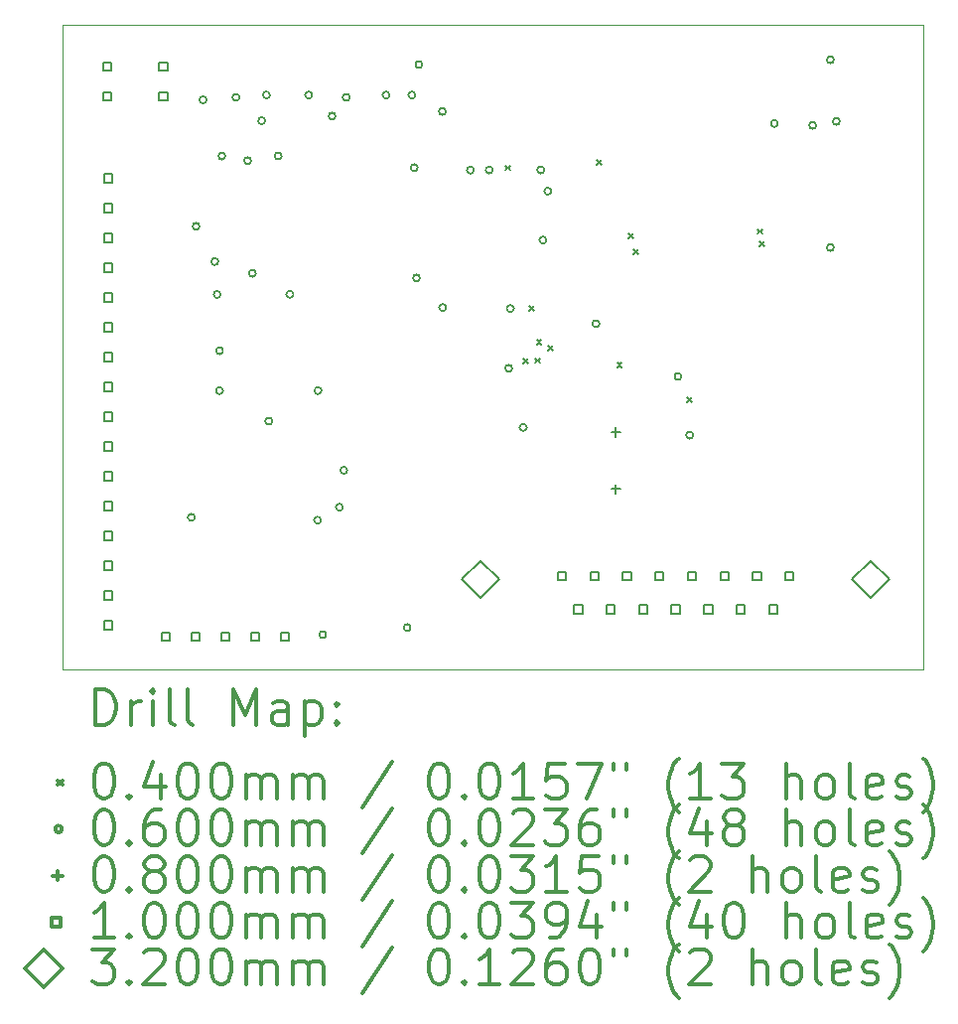
<source format=gbr>
%FSLAX45Y45*%
G04 Gerber Fmt 4.5, Leading zero omitted, Abs format (unit mm)*
G04 Created by KiCad (PCBNEW (5.1.10)-1) date 2021-11-09 21:58:00*
%MOMM*%
%LPD*%
G01*
G04 APERTURE LIST*
%TA.AperFunction,Profile*%
%ADD10C,0.050000*%
%TD*%
%ADD11C,0.200000*%
%ADD12C,0.300000*%
G04 APERTURE END LIST*
D10*
X12340000Y-9900000D02*
X5000000Y-9900000D01*
X12340000Y-4400000D02*
X12340000Y-9900000D01*
X5000000Y-4400000D02*
X12340000Y-4400000D01*
X5000000Y-9900000D02*
X5000000Y-4400000D01*
D11*
X8780000Y-5600000D02*
X8820000Y-5640000D01*
X8820000Y-5600000D02*
X8780000Y-5640000D01*
X8932527Y-7244891D02*
X8972527Y-7284891D01*
X8972527Y-7244891D02*
X8932527Y-7284891D01*
X8980000Y-6800000D02*
X9020000Y-6840000D01*
X9020000Y-6800000D02*
X8980000Y-6840000D01*
X9033509Y-7243342D02*
X9073509Y-7283342D01*
X9073509Y-7243342D02*
X9033509Y-7283342D01*
X9045131Y-7088377D02*
X9085131Y-7128377D01*
X9085131Y-7088377D02*
X9045131Y-7128377D01*
X9140000Y-7140000D02*
X9180000Y-7180000D01*
X9180000Y-7140000D02*
X9140000Y-7180000D01*
X9555000Y-5555000D02*
X9595000Y-5595000D01*
X9595000Y-5555000D02*
X9555000Y-5595000D01*
X9730000Y-7280000D02*
X9770000Y-7320000D01*
X9770000Y-7280000D02*
X9730000Y-7320000D01*
X9830000Y-6180000D02*
X9870000Y-6220000D01*
X9870000Y-6180000D02*
X9830000Y-6220000D01*
X9870936Y-6317222D02*
X9910936Y-6357222D01*
X9910936Y-6317222D02*
X9870936Y-6357222D01*
X10330000Y-7580000D02*
X10370000Y-7620000D01*
X10370000Y-7580000D02*
X10330000Y-7620000D01*
X10928978Y-6142501D02*
X10968978Y-6182501D01*
X10968978Y-6142501D02*
X10928978Y-6182501D01*
X10946943Y-6248844D02*
X10986943Y-6288844D01*
X10986943Y-6248844D02*
X10946943Y-6288844D01*
X6130000Y-8600000D02*
G75*
G03*
X6130000Y-8600000I-30000J0D01*
G01*
X6170000Y-6120000D02*
G75*
G03*
X6170000Y-6120000I-30000J0D01*
G01*
X6230000Y-5040000D02*
G75*
G03*
X6230000Y-5040000I-30000J0D01*
G01*
X6330000Y-6420000D02*
G75*
G03*
X6330000Y-6420000I-30000J0D01*
G01*
X6350000Y-6700000D02*
G75*
G03*
X6350000Y-6700000I-30000J0D01*
G01*
X6370000Y-7180000D02*
G75*
G03*
X6370000Y-7180000I-30000J0D01*
G01*
X6370000Y-7520000D02*
G75*
G03*
X6370000Y-7520000I-30000J0D01*
G01*
X6390000Y-5520000D02*
G75*
G03*
X6390000Y-5520000I-30000J0D01*
G01*
X6510000Y-5020000D02*
G75*
G03*
X6510000Y-5020000I-30000J0D01*
G01*
X6610000Y-5560000D02*
G75*
G03*
X6610000Y-5560000I-30000J0D01*
G01*
X6650000Y-6520000D02*
G75*
G03*
X6650000Y-6520000I-30000J0D01*
G01*
X6730000Y-5220000D02*
G75*
G03*
X6730000Y-5220000I-30000J0D01*
G01*
X6770000Y-5000000D02*
G75*
G03*
X6770000Y-5000000I-30000J0D01*
G01*
X6790000Y-7780000D02*
G75*
G03*
X6790000Y-7780000I-30000J0D01*
G01*
X6870000Y-5520000D02*
G75*
G03*
X6870000Y-5520000I-30000J0D01*
G01*
X6970000Y-6700000D02*
G75*
G03*
X6970000Y-6700000I-30000J0D01*
G01*
X7130000Y-5000000D02*
G75*
G03*
X7130000Y-5000000I-30000J0D01*
G01*
X7205753Y-8625001D02*
G75*
G03*
X7205753Y-8625001I-30000J0D01*
G01*
X7210000Y-7520000D02*
G75*
G03*
X7210000Y-7520000I-30000J0D01*
G01*
X7250000Y-9600000D02*
G75*
G03*
X7250000Y-9600000I-30000J0D01*
G01*
X7330000Y-5180000D02*
G75*
G03*
X7330000Y-5180000I-30000J0D01*
G01*
X7392239Y-8514740D02*
G75*
G03*
X7392239Y-8514740I-30000J0D01*
G01*
X7430000Y-8200000D02*
G75*
G03*
X7430000Y-8200000I-30000J0D01*
G01*
X7450000Y-5020000D02*
G75*
G03*
X7450000Y-5020000I-30000J0D01*
G01*
X7790000Y-5000000D02*
G75*
G03*
X7790000Y-5000000I-30000J0D01*
G01*
X7970000Y-9540000D02*
G75*
G03*
X7970000Y-9540000I-30000J0D01*
G01*
X8010000Y-5000000D02*
G75*
G03*
X8010000Y-5000000I-30000J0D01*
G01*
X8030000Y-5620000D02*
G75*
G03*
X8030000Y-5620000I-30000J0D01*
G01*
X8050000Y-6560000D02*
G75*
G03*
X8050000Y-6560000I-30000J0D01*
G01*
X8070000Y-4740000D02*
G75*
G03*
X8070000Y-4740000I-30000J0D01*
G01*
X8270000Y-5140000D02*
G75*
G03*
X8270000Y-5140000I-30000J0D01*
G01*
X8273131Y-6812501D02*
G75*
G03*
X8273131Y-6812501I-30000J0D01*
G01*
X8510000Y-5640000D02*
G75*
G03*
X8510000Y-5640000I-30000J0D01*
G01*
X8670000Y-5640000D02*
G75*
G03*
X8670000Y-5640000I-30000J0D01*
G01*
X8836534Y-7329999D02*
G75*
G03*
X8836534Y-7329999I-30000J0D01*
G01*
X8850000Y-6820000D02*
G75*
G03*
X8850000Y-6820000I-30000J0D01*
G01*
X8960000Y-7835000D02*
G75*
G03*
X8960000Y-7835000I-30000J0D01*
G01*
X9110000Y-5640000D02*
G75*
G03*
X9110000Y-5640000I-30000J0D01*
G01*
X9127958Y-6236445D02*
G75*
G03*
X9127958Y-6236445I-30000J0D01*
G01*
X9170000Y-5820000D02*
G75*
G03*
X9170000Y-5820000I-30000J0D01*
G01*
X9580000Y-6950000D02*
G75*
G03*
X9580000Y-6950000I-30000J0D01*
G01*
X10280000Y-7400000D02*
G75*
G03*
X10280000Y-7400000I-30000J0D01*
G01*
X10380000Y-7900000D02*
G75*
G03*
X10380000Y-7900000I-30000J0D01*
G01*
X11102510Y-5241694D02*
G75*
G03*
X11102510Y-5241694I-30000J0D01*
G01*
X11428414Y-5258646D02*
G75*
G03*
X11428414Y-5258646I-30000J0D01*
G01*
X11580000Y-4700000D02*
G75*
G03*
X11580000Y-4700000I-30000J0D01*
G01*
X11580000Y-6300000D02*
G75*
G03*
X11580000Y-6300000I-30000J0D01*
G01*
X11630000Y-5225000D02*
G75*
G03*
X11630000Y-5225000I-30000J0D01*
G01*
X9720000Y-7832000D02*
X9720000Y-7912000D01*
X9680000Y-7872000D02*
X9760000Y-7872000D01*
X9720000Y-8320000D02*
X9720000Y-8400000D01*
X9680000Y-8360000D02*
X9760000Y-8360000D01*
X5415356Y-4795356D02*
X5415356Y-4724644D01*
X5344644Y-4724644D01*
X5344644Y-4795356D01*
X5415356Y-4795356D01*
X5415356Y-5049356D02*
X5415356Y-4978644D01*
X5344644Y-4978644D01*
X5344644Y-5049356D01*
X5415356Y-5049356D01*
X5425356Y-5745356D02*
X5425356Y-5674644D01*
X5354644Y-5674644D01*
X5354644Y-5745356D01*
X5425356Y-5745356D01*
X5425356Y-5999356D02*
X5425356Y-5928644D01*
X5354644Y-5928644D01*
X5354644Y-5999356D01*
X5425356Y-5999356D01*
X5425356Y-6253356D02*
X5425356Y-6182644D01*
X5354644Y-6182644D01*
X5354644Y-6253356D01*
X5425356Y-6253356D01*
X5425356Y-6507356D02*
X5425356Y-6436644D01*
X5354644Y-6436644D01*
X5354644Y-6507356D01*
X5425356Y-6507356D01*
X5425356Y-6761356D02*
X5425356Y-6690644D01*
X5354644Y-6690644D01*
X5354644Y-6761356D01*
X5425356Y-6761356D01*
X5425356Y-7015356D02*
X5425356Y-6944644D01*
X5354644Y-6944644D01*
X5354644Y-7015356D01*
X5425356Y-7015356D01*
X5425356Y-7269356D02*
X5425356Y-7198644D01*
X5354644Y-7198644D01*
X5354644Y-7269356D01*
X5425356Y-7269356D01*
X5425356Y-7523356D02*
X5425356Y-7452644D01*
X5354644Y-7452644D01*
X5354644Y-7523356D01*
X5425356Y-7523356D01*
X5425356Y-7777356D02*
X5425356Y-7706644D01*
X5354644Y-7706644D01*
X5354644Y-7777356D01*
X5425356Y-7777356D01*
X5425356Y-8031356D02*
X5425356Y-7960644D01*
X5354644Y-7960644D01*
X5354644Y-8031356D01*
X5425356Y-8031356D01*
X5425356Y-8285356D02*
X5425356Y-8214644D01*
X5354644Y-8214644D01*
X5354644Y-8285356D01*
X5425356Y-8285356D01*
X5425356Y-8539356D02*
X5425356Y-8468644D01*
X5354644Y-8468644D01*
X5354644Y-8539356D01*
X5425356Y-8539356D01*
X5425356Y-8793356D02*
X5425356Y-8722644D01*
X5354644Y-8722644D01*
X5354644Y-8793356D01*
X5425356Y-8793356D01*
X5425356Y-9047356D02*
X5425356Y-8976644D01*
X5354644Y-8976644D01*
X5354644Y-9047356D01*
X5425356Y-9047356D01*
X5425356Y-9301356D02*
X5425356Y-9230644D01*
X5354644Y-9230644D01*
X5354644Y-9301356D01*
X5425356Y-9301356D01*
X5425356Y-9555356D02*
X5425356Y-9484644D01*
X5354644Y-9484644D01*
X5354644Y-9555356D01*
X5425356Y-9555356D01*
X5895356Y-4795356D02*
X5895356Y-4724644D01*
X5824644Y-4724644D01*
X5824644Y-4795356D01*
X5895356Y-4795356D01*
X5895356Y-5049356D02*
X5895356Y-4978644D01*
X5824644Y-4978644D01*
X5824644Y-5049356D01*
X5895356Y-5049356D01*
X5915356Y-9655356D02*
X5915356Y-9584644D01*
X5844644Y-9584644D01*
X5844644Y-9655356D01*
X5915356Y-9655356D01*
X6169356Y-9655356D02*
X6169356Y-9584644D01*
X6098644Y-9584644D01*
X6098644Y-9655356D01*
X6169356Y-9655356D01*
X6423356Y-9655356D02*
X6423356Y-9584644D01*
X6352644Y-9584644D01*
X6352644Y-9655356D01*
X6423356Y-9655356D01*
X6677356Y-9655356D02*
X6677356Y-9584644D01*
X6606644Y-9584644D01*
X6606644Y-9655356D01*
X6677356Y-9655356D01*
X6931356Y-9655356D02*
X6931356Y-9584644D01*
X6860644Y-9584644D01*
X6860644Y-9655356D01*
X6931356Y-9655356D01*
X9296356Y-9135356D02*
X9296356Y-9064644D01*
X9225644Y-9064644D01*
X9225644Y-9135356D01*
X9296356Y-9135356D01*
X9434856Y-9419356D02*
X9434856Y-9348644D01*
X9364144Y-9348644D01*
X9364144Y-9419356D01*
X9434856Y-9419356D01*
X9573356Y-9135356D02*
X9573356Y-9064644D01*
X9502644Y-9064644D01*
X9502644Y-9135356D01*
X9573356Y-9135356D01*
X9711856Y-9419356D02*
X9711856Y-9348644D01*
X9641144Y-9348644D01*
X9641144Y-9419356D01*
X9711856Y-9419356D01*
X9850356Y-9135356D02*
X9850356Y-9064644D01*
X9779644Y-9064644D01*
X9779644Y-9135356D01*
X9850356Y-9135356D01*
X9988856Y-9419356D02*
X9988856Y-9348644D01*
X9918144Y-9348644D01*
X9918144Y-9419356D01*
X9988856Y-9419356D01*
X10127356Y-9135356D02*
X10127356Y-9064644D01*
X10056644Y-9064644D01*
X10056644Y-9135356D01*
X10127356Y-9135356D01*
X10265856Y-9419356D02*
X10265856Y-9348644D01*
X10195144Y-9348644D01*
X10195144Y-9419356D01*
X10265856Y-9419356D01*
X10404356Y-9135356D02*
X10404356Y-9064644D01*
X10333644Y-9064644D01*
X10333644Y-9135356D01*
X10404356Y-9135356D01*
X10542856Y-9419356D02*
X10542856Y-9348644D01*
X10472144Y-9348644D01*
X10472144Y-9419356D01*
X10542856Y-9419356D01*
X10681356Y-9135356D02*
X10681356Y-9064644D01*
X10610644Y-9064644D01*
X10610644Y-9135356D01*
X10681356Y-9135356D01*
X10819856Y-9419356D02*
X10819856Y-9348644D01*
X10749144Y-9348644D01*
X10749144Y-9419356D01*
X10819856Y-9419356D01*
X10958356Y-9135356D02*
X10958356Y-9064644D01*
X10887644Y-9064644D01*
X10887644Y-9135356D01*
X10958356Y-9135356D01*
X11096856Y-9419356D02*
X11096856Y-9348644D01*
X11026144Y-9348644D01*
X11026144Y-9419356D01*
X11096856Y-9419356D01*
X11235356Y-9135356D02*
X11235356Y-9064644D01*
X11164644Y-9064644D01*
X11164644Y-9135356D01*
X11235356Y-9135356D01*
X8565500Y-9290000D02*
X8725500Y-9130000D01*
X8565500Y-8970000D01*
X8405500Y-9130000D01*
X8565500Y-9290000D01*
X11895500Y-9290000D02*
X12055500Y-9130000D01*
X11895500Y-8970000D01*
X11735500Y-9130000D01*
X11895500Y-9290000D01*
D12*
X5283928Y-10368214D02*
X5283928Y-10068214D01*
X5355357Y-10068214D01*
X5398214Y-10082500D01*
X5426786Y-10111072D01*
X5441071Y-10139643D01*
X5455357Y-10196786D01*
X5455357Y-10239643D01*
X5441071Y-10296786D01*
X5426786Y-10325357D01*
X5398214Y-10353929D01*
X5355357Y-10368214D01*
X5283928Y-10368214D01*
X5583928Y-10368214D02*
X5583928Y-10168214D01*
X5583928Y-10225357D02*
X5598214Y-10196786D01*
X5612500Y-10182500D01*
X5641071Y-10168214D01*
X5669643Y-10168214D01*
X5769643Y-10368214D02*
X5769643Y-10168214D01*
X5769643Y-10068214D02*
X5755357Y-10082500D01*
X5769643Y-10096786D01*
X5783928Y-10082500D01*
X5769643Y-10068214D01*
X5769643Y-10096786D01*
X5955357Y-10368214D02*
X5926786Y-10353929D01*
X5912500Y-10325357D01*
X5912500Y-10068214D01*
X6112500Y-10368214D02*
X6083928Y-10353929D01*
X6069643Y-10325357D01*
X6069643Y-10068214D01*
X6455357Y-10368214D02*
X6455357Y-10068214D01*
X6555357Y-10282500D01*
X6655357Y-10068214D01*
X6655357Y-10368214D01*
X6926786Y-10368214D02*
X6926786Y-10211072D01*
X6912500Y-10182500D01*
X6883928Y-10168214D01*
X6826786Y-10168214D01*
X6798214Y-10182500D01*
X6926786Y-10353929D02*
X6898214Y-10368214D01*
X6826786Y-10368214D01*
X6798214Y-10353929D01*
X6783928Y-10325357D01*
X6783928Y-10296786D01*
X6798214Y-10268214D01*
X6826786Y-10253929D01*
X6898214Y-10253929D01*
X6926786Y-10239643D01*
X7069643Y-10168214D02*
X7069643Y-10468214D01*
X7069643Y-10182500D02*
X7098214Y-10168214D01*
X7155357Y-10168214D01*
X7183928Y-10182500D01*
X7198214Y-10196786D01*
X7212500Y-10225357D01*
X7212500Y-10311072D01*
X7198214Y-10339643D01*
X7183928Y-10353929D01*
X7155357Y-10368214D01*
X7098214Y-10368214D01*
X7069643Y-10353929D01*
X7341071Y-10339643D02*
X7355357Y-10353929D01*
X7341071Y-10368214D01*
X7326786Y-10353929D01*
X7341071Y-10339643D01*
X7341071Y-10368214D01*
X7341071Y-10182500D02*
X7355357Y-10196786D01*
X7341071Y-10211072D01*
X7326786Y-10196786D01*
X7341071Y-10182500D01*
X7341071Y-10211072D01*
X4957500Y-10842500D02*
X4997500Y-10882500D01*
X4997500Y-10842500D02*
X4957500Y-10882500D01*
X5341071Y-10698214D02*
X5369643Y-10698214D01*
X5398214Y-10712500D01*
X5412500Y-10726786D01*
X5426786Y-10755357D01*
X5441071Y-10812500D01*
X5441071Y-10883929D01*
X5426786Y-10941072D01*
X5412500Y-10969643D01*
X5398214Y-10983929D01*
X5369643Y-10998214D01*
X5341071Y-10998214D01*
X5312500Y-10983929D01*
X5298214Y-10969643D01*
X5283928Y-10941072D01*
X5269643Y-10883929D01*
X5269643Y-10812500D01*
X5283928Y-10755357D01*
X5298214Y-10726786D01*
X5312500Y-10712500D01*
X5341071Y-10698214D01*
X5569643Y-10969643D02*
X5583928Y-10983929D01*
X5569643Y-10998214D01*
X5555357Y-10983929D01*
X5569643Y-10969643D01*
X5569643Y-10998214D01*
X5841071Y-10798214D02*
X5841071Y-10998214D01*
X5769643Y-10683929D02*
X5698214Y-10898214D01*
X5883928Y-10898214D01*
X6055357Y-10698214D02*
X6083928Y-10698214D01*
X6112500Y-10712500D01*
X6126786Y-10726786D01*
X6141071Y-10755357D01*
X6155357Y-10812500D01*
X6155357Y-10883929D01*
X6141071Y-10941072D01*
X6126786Y-10969643D01*
X6112500Y-10983929D01*
X6083928Y-10998214D01*
X6055357Y-10998214D01*
X6026786Y-10983929D01*
X6012500Y-10969643D01*
X5998214Y-10941072D01*
X5983928Y-10883929D01*
X5983928Y-10812500D01*
X5998214Y-10755357D01*
X6012500Y-10726786D01*
X6026786Y-10712500D01*
X6055357Y-10698214D01*
X6341071Y-10698214D02*
X6369643Y-10698214D01*
X6398214Y-10712500D01*
X6412500Y-10726786D01*
X6426786Y-10755357D01*
X6441071Y-10812500D01*
X6441071Y-10883929D01*
X6426786Y-10941072D01*
X6412500Y-10969643D01*
X6398214Y-10983929D01*
X6369643Y-10998214D01*
X6341071Y-10998214D01*
X6312500Y-10983929D01*
X6298214Y-10969643D01*
X6283928Y-10941072D01*
X6269643Y-10883929D01*
X6269643Y-10812500D01*
X6283928Y-10755357D01*
X6298214Y-10726786D01*
X6312500Y-10712500D01*
X6341071Y-10698214D01*
X6569643Y-10998214D02*
X6569643Y-10798214D01*
X6569643Y-10826786D02*
X6583928Y-10812500D01*
X6612500Y-10798214D01*
X6655357Y-10798214D01*
X6683928Y-10812500D01*
X6698214Y-10841072D01*
X6698214Y-10998214D01*
X6698214Y-10841072D02*
X6712500Y-10812500D01*
X6741071Y-10798214D01*
X6783928Y-10798214D01*
X6812500Y-10812500D01*
X6826786Y-10841072D01*
X6826786Y-10998214D01*
X6969643Y-10998214D02*
X6969643Y-10798214D01*
X6969643Y-10826786D02*
X6983928Y-10812500D01*
X7012500Y-10798214D01*
X7055357Y-10798214D01*
X7083928Y-10812500D01*
X7098214Y-10841072D01*
X7098214Y-10998214D01*
X7098214Y-10841072D02*
X7112500Y-10812500D01*
X7141071Y-10798214D01*
X7183928Y-10798214D01*
X7212500Y-10812500D01*
X7226786Y-10841072D01*
X7226786Y-10998214D01*
X7812500Y-10683929D02*
X7555357Y-11069643D01*
X8198214Y-10698214D02*
X8226786Y-10698214D01*
X8255357Y-10712500D01*
X8269643Y-10726786D01*
X8283928Y-10755357D01*
X8298214Y-10812500D01*
X8298214Y-10883929D01*
X8283928Y-10941072D01*
X8269643Y-10969643D01*
X8255357Y-10983929D01*
X8226786Y-10998214D01*
X8198214Y-10998214D01*
X8169643Y-10983929D01*
X8155357Y-10969643D01*
X8141071Y-10941072D01*
X8126786Y-10883929D01*
X8126786Y-10812500D01*
X8141071Y-10755357D01*
X8155357Y-10726786D01*
X8169643Y-10712500D01*
X8198214Y-10698214D01*
X8426786Y-10969643D02*
X8441071Y-10983929D01*
X8426786Y-10998214D01*
X8412500Y-10983929D01*
X8426786Y-10969643D01*
X8426786Y-10998214D01*
X8626786Y-10698214D02*
X8655357Y-10698214D01*
X8683928Y-10712500D01*
X8698214Y-10726786D01*
X8712500Y-10755357D01*
X8726786Y-10812500D01*
X8726786Y-10883929D01*
X8712500Y-10941072D01*
X8698214Y-10969643D01*
X8683928Y-10983929D01*
X8655357Y-10998214D01*
X8626786Y-10998214D01*
X8598214Y-10983929D01*
X8583928Y-10969643D01*
X8569643Y-10941072D01*
X8555357Y-10883929D01*
X8555357Y-10812500D01*
X8569643Y-10755357D01*
X8583928Y-10726786D01*
X8598214Y-10712500D01*
X8626786Y-10698214D01*
X9012500Y-10998214D02*
X8841071Y-10998214D01*
X8926786Y-10998214D02*
X8926786Y-10698214D01*
X8898214Y-10741072D01*
X8869643Y-10769643D01*
X8841071Y-10783929D01*
X9283928Y-10698214D02*
X9141071Y-10698214D01*
X9126786Y-10841072D01*
X9141071Y-10826786D01*
X9169643Y-10812500D01*
X9241071Y-10812500D01*
X9269643Y-10826786D01*
X9283928Y-10841072D01*
X9298214Y-10869643D01*
X9298214Y-10941072D01*
X9283928Y-10969643D01*
X9269643Y-10983929D01*
X9241071Y-10998214D01*
X9169643Y-10998214D01*
X9141071Y-10983929D01*
X9126786Y-10969643D01*
X9398214Y-10698214D02*
X9598214Y-10698214D01*
X9469643Y-10998214D01*
X9698214Y-10698214D02*
X9698214Y-10755357D01*
X9812500Y-10698214D02*
X9812500Y-10755357D01*
X10255357Y-11112500D02*
X10241071Y-11098214D01*
X10212500Y-11055357D01*
X10198214Y-11026786D01*
X10183928Y-10983929D01*
X10169643Y-10912500D01*
X10169643Y-10855357D01*
X10183928Y-10783929D01*
X10198214Y-10741072D01*
X10212500Y-10712500D01*
X10241071Y-10669643D01*
X10255357Y-10655357D01*
X10526786Y-10998214D02*
X10355357Y-10998214D01*
X10441071Y-10998214D02*
X10441071Y-10698214D01*
X10412500Y-10741072D01*
X10383928Y-10769643D01*
X10355357Y-10783929D01*
X10626786Y-10698214D02*
X10812500Y-10698214D01*
X10712500Y-10812500D01*
X10755357Y-10812500D01*
X10783928Y-10826786D01*
X10798214Y-10841072D01*
X10812500Y-10869643D01*
X10812500Y-10941072D01*
X10798214Y-10969643D01*
X10783928Y-10983929D01*
X10755357Y-10998214D01*
X10669643Y-10998214D01*
X10641071Y-10983929D01*
X10626786Y-10969643D01*
X11169643Y-10998214D02*
X11169643Y-10698214D01*
X11298214Y-10998214D02*
X11298214Y-10841072D01*
X11283928Y-10812500D01*
X11255357Y-10798214D01*
X11212500Y-10798214D01*
X11183928Y-10812500D01*
X11169643Y-10826786D01*
X11483928Y-10998214D02*
X11455357Y-10983929D01*
X11441071Y-10969643D01*
X11426786Y-10941072D01*
X11426786Y-10855357D01*
X11441071Y-10826786D01*
X11455357Y-10812500D01*
X11483928Y-10798214D01*
X11526786Y-10798214D01*
X11555357Y-10812500D01*
X11569643Y-10826786D01*
X11583928Y-10855357D01*
X11583928Y-10941072D01*
X11569643Y-10969643D01*
X11555357Y-10983929D01*
X11526786Y-10998214D01*
X11483928Y-10998214D01*
X11755357Y-10998214D02*
X11726786Y-10983929D01*
X11712500Y-10955357D01*
X11712500Y-10698214D01*
X11983928Y-10983929D02*
X11955357Y-10998214D01*
X11898214Y-10998214D01*
X11869643Y-10983929D01*
X11855357Y-10955357D01*
X11855357Y-10841072D01*
X11869643Y-10812500D01*
X11898214Y-10798214D01*
X11955357Y-10798214D01*
X11983928Y-10812500D01*
X11998214Y-10841072D01*
X11998214Y-10869643D01*
X11855357Y-10898214D01*
X12112500Y-10983929D02*
X12141071Y-10998214D01*
X12198214Y-10998214D01*
X12226786Y-10983929D01*
X12241071Y-10955357D01*
X12241071Y-10941072D01*
X12226786Y-10912500D01*
X12198214Y-10898214D01*
X12155357Y-10898214D01*
X12126786Y-10883929D01*
X12112500Y-10855357D01*
X12112500Y-10841072D01*
X12126786Y-10812500D01*
X12155357Y-10798214D01*
X12198214Y-10798214D01*
X12226786Y-10812500D01*
X12341071Y-11112500D02*
X12355357Y-11098214D01*
X12383928Y-11055357D01*
X12398214Y-11026786D01*
X12412500Y-10983929D01*
X12426786Y-10912500D01*
X12426786Y-10855357D01*
X12412500Y-10783929D01*
X12398214Y-10741072D01*
X12383928Y-10712500D01*
X12355357Y-10669643D01*
X12341071Y-10655357D01*
X4997500Y-11258500D02*
G75*
G03*
X4997500Y-11258500I-30000J0D01*
G01*
X5341071Y-11094214D02*
X5369643Y-11094214D01*
X5398214Y-11108500D01*
X5412500Y-11122786D01*
X5426786Y-11151357D01*
X5441071Y-11208500D01*
X5441071Y-11279929D01*
X5426786Y-11337071D01*
X5412500Y-11365643D01*
X5398214Y-11379929D01*
X5369643Y-11394214D01*
X5341071Y-11394214D01*
X5312500Y-11379929D01*
X5298214Y-11365643D01*
X5283928Y-11337071D01*
X5269643Y-11279929D01*
X5269643Y-11208500D01*
X5283928Y-11151357D01*
X5298214Y-11122786D01*
X5312500Y-11108500D01*
X5341071Y-11094214D01*
X5569643Y-11365643D02*
X5583928Y-11379929D01*
X5569643Y-11394214D01*
X5555357Y-11379929D01*
X5569643Y-11365643D01*
X5569643Y-11394214D01*
X5841071Y-11094214D02*
X5783928Y-11094214D01*
X5755357Y-11108500D01*
X5741071Y-11122786D01*
X5712500Y-11165643D01*
X5698214Y-11222786D01*
X5698214Y-11337071D01*
X5712500Y-11365643D01*
X5726786Y-11379929D01*
X5755357Y-11394214D01*
X5812500Y-11394214D01*
X5841071Y-11379929D01*
X5855357Y-11365643D01*
X5869643Y-11337071D01*
X5869643Y-11265643D01*
X5855357Y-11237071D01*
X5841071Y-11222786D01*
X5812500Y-11208500D01*
X5755357Y-11208500D01*
X5726786Y-11222786D01*
X5712500Y-11237071D01*
X5698214Y-11265643D01*
X6055357Y-11094214D02*
X6083928Y-11094214D01*
X6112500Y-11108500D01*
X6126786Y-11122786D01*
X6141071Y-11151357D01*
X6155357Y-11208500D01*
X6155357Y-11279929D01*
X6141071Y-11337071D01*
X6126786Y-11365643D01*
X6112500Y-11379929D01*
X6083928Y-11394214D01*
X6055357Y-11394214D01*
X6026786Y-11379929D01*
X6012500Y-11365643D01*
X5998214Y-11337071D01*
X5983928Y-11279929D01*
X5983928Y-11208500D01*
X5998214Y-11151357D01*
X6012500Y-11122786D01*
X6026786Y-11108500D01*
X6055357Y-11094214D01*
X6341071Y-11094214D02*
X6369643Y-11094214D01*
X6398214Y-11108500D01*
X6412500Y-11122786D01*
X6426786Y-11151357D01*
X6441071Y-11208500D01*
X6441071Y-11279929D01*
X6426786Y-11337071D01*
X6412500Y-11365643D01*
X6398214Y-11379929D01*
X6369643Y-11394214D01*
X6341071Y-11394214D01*
X6312500Y-11379929D01*
X6298214Y-11365643D01*
X6283928Y-11337071D01*
X6269643Y-11279929D01*
X6269643Y-11208500D01*
X6283928Y-11151357D01*
X6298214Y-11122786D01*
X6312500Y-11108500D01*
X6341071Y-11094214D01*
X6569643Y-11394214D02*
X6569643Y-11194214D01*
X6569643Y-11222786D02*
X6583928Y-11208500D01*
X6612500Y-11194214D01*
X6655357Y-11194214D01*
X6683928Y-11208500D01*
X6698214Y-11237071D01*
X6698214Y-11394214D01*
X6698214Y-11237071D02*
X6712500Y-11208500D01*
X6741071Y-11194214D01*
X6783928Y-11194214D01*
X6812500Y-11208500D01*
X6826786Y-11237071D01*
X6826786Y-11394214D01*
X6969643Y-11394214D02*
X6969643Y-11194214D01*
X6969643Y-11222786D02*
X6983928Y-11208500D01*
X7012500Y-11194214D01*
X7055357Y-11194214D01*
X7083928Y-11208500D01*
X7098214Y-11237071D01*
X7098214Y-11394214D01*
X7098214Y-11237071D02*
X7112500Y-11208500D01*
X7141071Y-11194214D01*
X7183928Y-11194214D01*
X7212500Y-11208500D01*
X7226786Y-11237071D01*
X7226786Y-11394214D01*
X7812500Y-11079929D02*
X7555357Y-11465643D01*
X8198214Y-11094214D02*
X8226786Y-11094214D01*
X8255357Y-11108500D01*
X8269643Y-11122786D01*
X8283928Y-11151357D01*
X8298214Y-11208500D01*
X8298214Y-11279929D01*
X8283928Y-11337071D01*
X8269643Y-11365643D01*
X8255357Y-11379929D01*
X8226786Y-11394214D01*
X8198214Y-11394214D01*
X8169643Y-11379929D01*
X8155357Y-11365643D01*
X8141071Y-11337071D01*
X8126786Y-11279929D01*
X8126786Y-11208500D01*
X8141071Y-11151357D01*
X8155357Y-11122786D01*
X8169643Y-11108500D01*
X8198214Y-11094214D01*
X8426786Y-11365643D02*
X8441071Y-11379929D01*
X8426786Y-11394214D01*
X8412500Y-11379929D01*
X8426786Y-11365643D01*
X8426786Y-11394214D01*
X8626786Y-11094214D02*
X8655357Y-11094214D01*
X8683928Y-11108500D01*
X8698214Y-11122786D01*
X8712500Y-11151357D01*
X8726786Y-11208500D01*
X8726786Y-11279929D01*
X8712500Y-11337071D01*
X8698214Y-11365643D01*
X8683928Y-11379929D01*
X8655357Y-11394214D01*
X8626786Y-11394214D01*
X8598214Y-11379929D01*
X8583928Y-11365643D01*
X8569643Y-11337071D01*
X8555357Y-11279929D01*
X8555357Y-11208500D01*
X8569643Y-11151357D01*
X8583928Y-11122786D01*
X8598214Y-11108500D01*
X8626786Y-11094214D01*
X8841071Y-11122786D02*
X8855357Y-11108500D01*
X8883928Y-11094214D01*
X8955357Y-11094214D01*
X8983928Y-11108500D01*
X8998214Y-11122786D01*
X9012500Y-11151357D01*
X9012500Y-11179929D01*
X8998214Y-11222786D01*
X8826786Y-11394214D01*
X9012500Y-11394214D01*
X9112500Y-11094214D02*
X9298214Y-11094214D01*
X9198214Y-11208500D01*
X9241071Y-11208500D01*
X9269643Y-11222786D01*
X9283928Y-11237071D01*
X9298214Y-11265643D01*
X9298214Y-11337071D01*
X9283928Y-11365643D01*
X9269643Y-11379929D01*
X9241071Y-11394214D01*
X9155357Y-11394214D01*
X9126786Y-11379929D01*
X9112500Y-11365643D01*
X9555357Y-11094214D02*
X9498214Y-11094214D01*
X9469643Y-11108500D01*
X9455357Y-11122786D01*
X9426786Y-11165643D01*
X9412500Y-11222786D01*
X9412500Y-11337071D01*
X9426786Y-11365643D01*
X9441071Y-11379929D01*
X9469643Y-11394214D01*
X9526786Y-11394214D01*
X9555357Y-11379929D01*
X9569643Y-11365643D01*
X9583928Y-11337071D01*
X9583928Y-11265643D01*
X9569643Y-11237071D01*
X9555357Y-11222786D01*
X9526786Y-11208500D01*
X9469643Y-11208500D01*
X9441071Y-11222786D01*
X9426786Y-11237071D01*
X9412500Y-11265643D01*
X9698214Y-11094214D02*
X9698214Y-11151357D01*
X9812500Y-11094214D02*
X9812500Y-11151357D01*
X10255357Y-11508500D02*
X10241071Y-11494214D01*
X10212500Y-11451357D01*
X10198214Y-11422786D01*
X10183928Y-11379929D01*
X10169643Y-11308500D01*
X10169643Y-11251357D01*
X10183928Y-11179929D01*
X10198214Y-11137072D01*
X10212500Y-11108500D01*
X10241071Y-11065643D01*
X10255357Y-11051357D01*
X10498214Y-11194214D02*
X10498214Y-11394214D01*
X10426786Y-11079929D02*
X10355357Y-11294214D01*
X10541071Y-11294214D01*
X10698214Y-11222786D02*
X10669643Y-11208500D01*
X10655357Y-11194214D01*
X10641071Y-11165643D01*
X10641071Y-11151357D01*
X10655357Y-11122786D01*
X10669643Y-11108500D01*
X10698214Y-11094214D01*
X10755357Y-11094214D01*
X10783928Y-11108500D01*
X10798214Y-11122786D01*
X10812500Y-11151357D01*
X10812500Y-11165643D01*
X10798214Y-11194214D01*
X10783928Y-11208500D01*
X10755357Y-11222786D01*
X10698214Y-11222786D01*
X10669643Y-11237071D01*
X10655357Y-11251357D01*
X10641071Y-11279929D01*
X10641071Y-11337071D01*
X10655357Y-11365643D01*
X10669643Y-11379929D01*
X10698214Y-11394214D01*
X10755357Y-11394214D01*
X10783928Y-11379929D01*
X10798214Y-11365643D01*
X10812500Y-11337071D01*
X10812500Y-11279929D01*
X10798214Y-11251357D01*
X10783928Y-11237071D01*
X10755357Y-11222786D01*
X11169643Y-11394214D02*
X11169643Y-11094214D01*
X11298214Y-11394214D02*
X11298214Y-11237071D01*
X11283928Y-11208500D01*
X11255357Y-11194214D01*
X11212500Y-11194214D01*
X11183928Y-11208500D01*
X11169643Y-11222786D01*
X11483928Y-11394214D02*
X11455357Y-11379929D01*
X11441071Y-11365643D01*
X11426786Y-11337071D01*
X11426786Y-11251357D01*
X11441071Y-11222786D01*
X11455357Y-11208500D01*
X11483928Y-11194214D01*
X11526786Y-11194214D01*
X11555357Y-11208500D01*
X11569643Y-11222786D01*
X11583928Y-11251357D01*
X11583928Y-11337071D01*
X11569643Y-11365643D01*
X11555357Y-11379929D01*
X11526786Y-11394214D01*
X11483928Y-11394214D01*
X11755357Y-11394214D02*
X11726786Y-11379929D01*
X11712500Y-11351357D01*
X11712500Y-11094214D01*
X11983928Y-11379929D02*
X11955357Y-11394214D01*
X11898214Y-11394214D01*
X11869643Y-11379929D01*
X11855357Y-11351357D01*
X11855357Y-11237071D01*
X11869643Y-11208500D01*
X11898214Y-11194214D01*
X11955357Y-11194214D01*
X11983928Y-11208500D01*
X11998214Y-11237071D01*
X11998214Y-11265643D01*
X11855357Y-11294214D01*
X12112500Y-11379929D02*
X12141071Y-11394214D01*
X12198214Y-11394214D01*
X12226786Y-11379929D01*
X12241071Y-11351357D01*
X12241071Y-11337071D01*
X12226786Y-11308500D01*
X12198214Y-11294214D01*
X12155357Y-11294214D01*
X12126786Y-11279929D01*
X12112500Y-11251357D01*
X12112500Y-11237071D01*
X12126786Y-11208500D01*
X12155357Y-11194214D01*
X12198214Y-11194214D01*
X12226786Y-11208500D01*
X12341071Y-11508500D02*
X12355357Y-11494214D01*
X12383928Y-11451357D01*
X12398214Y-11422786D01*
X12412500Y-11379929D01*
X12426786Y-11308500D01*
X12426786Y-11251357D01*
X12412500Y-11179929D01*
X12398214Y-11137072D01*
X12383928Y-11108500D01*
X12355357Y-11065643D01*
X12341071Y-11051357D01*
X4957500Y-11614500D02*
X4957500Y-11694500D01*
X4917500Y-11654500D02*
X4997500Y-11654500D01*
X5341071Y-11490214D02*
X5369643Y-11490214D01*
X5398214Y-11504500D01*
X5412500Y-11518786D01*
X5426786Y-11547357D01*
X5441071Y-11604500D01*
X5441071Y-11675929D01*
X5426786Y-11733071D01*
X5412500Y-11761643D01*
X5398214Y-11775929D01*
X5369643Y-11790214D01*
X5341071Y-11790214D01*
X5312500Y-11775929D01*
X5298214Y-11761643D01*
X5283928Y-11733071D01*
X5269643Y-11675929D01*
X5269643Y-11604500D01*
X5283928Y-11547357D01*
X5298214Y-11518786D01*
X5312500Y-11504500D01*
X5341071Y-11490214D01*
X5569643Y-11761643D02*
X5583928Y-11775929D01*
X5569643Y-11790214D01*
X5555357Y-11775929D01*
X5569643Y-11761643D01*
X5569643Y-11790214D01*
X5755357Y-11618786D02*
X5726786Y-11604500D01*
X5712500Y-11590214D01*
X5698214Y-11561643D01*
X5698214Y-11547357D01*
X5712500Y-11518786D01*
X5726786Y-11504500D01*
X5755357Y-11490214D01*
X5812500Y-11490214D01*
X5841071Y-11504500D01*
X5855357Y-11518786D01*
X5869643Y-11547357D01*
X5869643Y-11561643D01*
X5855357Y-11590214D01*
X5841071Y-11604500D01*
X5812500Y-11618786D01*
X5755357Y-11618786D01*
X5726786Y-11633071D01*
X5712500Y-11647357D01*
X5698214Y-11675929D01*
X5698214Y-11733071D01*
X5712500Y-11761643D01*
X5726786Y-11775929D01*
X5755357Y-11790214D01*
X5812500Y-11790214D01*
X5841071Y-11775929D01*
X5855357Y-11761643D01*
X5869643Y-11733071D01*
X5869643Y-11675929D01*
X5855357Y-11647357D01*
X5841071Y-11633071D01*
X5812500Y-11618786D01*
X6055357Y-11490214D02*
X6083928Y-11490214D01*
X6112500Y-11504500D01*
X6126786Y-11518786D01*
X6141071Y-11547357D01*
X6155357Y-11604500D01*
X6155357Y-11675929D01*
X6141071Y-11733071D01*
X6126786Y-11761643D01*
X6112500Y-11775929D01*
X6083928Y-11790214D01*
X6055357Y-11790214D01*
X6026786Y-11775929D01*
X6012500Y-11761643D01*
X5998214Y-11733071D01*
X5983928Y-11675929D01*
X5983928Y-11604500D01*
X5998214Y-11547357D01*
X6012500Y-11518786D01*
X6026786Y-11504500D01*
X6055357Y-11490214D01*
X6341071Y-11490214D02*
X6369643Y-11490214D01*
X6398214Y-11504500D01*
X6412500Y-11518786D01*
X6426786Y-11547357D01*
X6441071Y-11604500D01*
X6441071Y-11675929D01*
X6426786Y-11733071D01*
X6412500Y-11761643D01*
X6398214Y-11775929D01*
X6369643Y-11790214D01*
X6341071Y-11790214D01*
X6312500Y-11775929D01*
X6298214Y-11761643D01*
X6283928Y-11733071D01*
X6269643Y-11675929D01*
X6269643Y-11604500D01*
X6283928Y-11547357D01*
X6298214Y-11518786D01*
X6312500Y-11504500D01*
X6341071Y-11490214D01*
X6569643Y-11790214D02*
X6569643Y-11590214D01*
X6569643Y-11618786D02*
X6583928Y-11604500D01*
X6612500Y-11590214D01*
X6655357Y-11590214D01*
X6683928Y-11604500D01*
X6698214Y-11633071D01*
X6698214Y-11790214D01*
X6698214Y-11633071D02*
X6712500Y-11604500D01*
X6741071Y-11590214D01*
X6783928Y-11590214D01*
X6812500Y-11604500D01*
X6826786Y-11633071D01*
X6826786Y-11790214D01*
X6969643Y-11790214D02*
X6969643Y-11590214D01*
X6969643Y-11618786D02*
X6983928Y-11604500D01*
X7012500Y-11590214D01*
X7055357Y-11590214D01*
X7083928Y-11604500D01*
X7098214Y-11633071D01*
X7098214Y-11790214D01*
X7098214Y-11633071D02*
X7112500Y-11604500D01*
X7141071Y-11590214D01*
X7183928Y-11590214D01*
X7212500Y-11604500D01*
X7226786Y-11633071D01*
X7226786Y-11790214D01*
X7812500Y-11475929D02*
X7555357Y-11861643D01*
X8198214Y-11490214D02*
X8226786Y-11490214D01*
X8255357Y-11504500D01*
X8269643Y-11518786D01*
X8283928Y-11547357D01*
X8298214Y-11604500D01*
X8298214Y-11675929D01*
X8283928Y-11733071D01*
X8269643Y-11761643D01*
X8255357Y-11775929D01*
X8226786Y-11790214D01*
X8198214Y-11790214D01*
X8169643Y-11775929D01*
X8155357Y-11761643D01*
X8141071Y-11733071D01*
X8126786Y-11675929D01*
X8126786Y-11604500D01*
X8141071Y-11547357D01*
X8155357Y-11518786D01*
X8169643Y-11504500D01*
X8198214Y-11490214D01*
X8426786Y-11761643D02*
X8441071Y-11775929D01*
X8426786Y-11790214D01*
X8412500Y-11775929D01*
X8426786Y-11761643D01*
X8426786Y-11790214D01*
X8626786Y-11490214D02*
X8655357Y-11490214D01*
X8683928Y-11504500D01*
X8698214Y-11518786D01*
X8712500Y-11547357D01*
X8726786Y-11604500D01*
X8726786Y-11675929D01*
X8712500Y-11733071D01*
X8698214Y-11761643D01*
X8683928Y-11775929D01*
X8655357Y-11790214D01*
X8626786Y-11790214D01*
X8598214Y-11775929D01*
X8583928Y-11761643D01*
X8569643Y-11733071D01*
X8555357Y-11675929D01*
X8555357Y-11604500D01*
X8569643Y-11547357D01*
X8583928Y-11518786D01*
X8598214Y-11504500D01*
X8626786Y-11490214D01*
X8826786Y-11490214D02*
X9012500Y-11490214D01*
X8912500Y-11604500D01*
X8955357Y-11604500D01*
X8983928Y-11618786D01*
X8998214Y-11633071D01*
X9012500Y-11661643D01*
X9012500Y-11733071D01*
X8998214Y-11761643D01*
X8983928Y-11775929D01*
X8955357Y-11790214D01*
X8869643Y-11790214D01*
X8841071Y-11775929D01*
X8826786Y-11761643D01*
X9298214Y-11790214D02*
X9126786Y-11790214D01*
X9212500Y-11790214D02*
X9212500Y-11490214D01*
X9183928Y-11533071D01*
X9155357Y-11561643D01*
X9126786Y-11575929D01*
X9569643Y-11490214D02*
X9426786Y-11490214D01*
X9412500Y-11633071D01*
X9426786Y-11618786D01*
X9455357Y-11604500D01*
X9526786Y-11604500D01*
X9555357Y-11618786D01*
X9569643Y-11633071D01*
X9583928Y-11661643D01*
X9583928Y-11733071D01*
X9569643Y-11761643D01*
X9555357Y-11775929D01*
X9526786Y-11790214D01*
X9455357Y-11790214D01*
X9426786Y-11775929D01*
X9412500Y-11761643D01*
X9698214Y-11490214D02*
X9698214Y-11547357D01*
X9812500Y-11490214D02*
X9812500Y-11547357D01*
X10255357Y-11904500D02*
X10241071Y-11890214D01*
X10212500Y-11847357D01*
X10198214Y-11818786D01*
X10183928Y-11775929D01*
X10169643Y-11704500D01*
X10169643Y-11647357D01*
X10183928Y-11575929D01*
X10198214Y-11533071D01*
X10212500Y-11504500D01*
X10241071Y-11461643D01*
X10255357Y-11447357D01*
X10355357Y-11518786D02*
X10369643Y-11504500D01*
X10398214Y-11490214D01*
X10469643Y-11490214D01*
X10498214Y-11504500D01*
X10512500Y-11518786D01*
X10526786Y-11547357D01*
X10526786Y-11575929D01*
X10512500Y-11618786D01*
X10341071Y-11790214D01*
X10526786Y-11790214D01*
X10883928Y-11790214D02*
X10883928Y-11490214D01*
X11012500Y-11790214D02*
X11012500Y-11633071D01*
X10998214Y-11604500D01*
X10969643Y-11590214D01*
X10926786Y-11590214D01*
X10898214Y-11604500D01*
X10883928Y-11618786D01*
X11198214Y-11790214D02*
X11169643Y-11775929D01*
X11155357Y-11761643D01*
X11141071Y-11733071D01*
X11141071Y-11647357D01*
X11155357Y-11618786D01*
X11169643Y-11604500D01*
X11198214Y-11590214D01*
X11241071Y-11590214D01*
X11269643Y-11604500D01*
X11283928Y-11618786D01*
X11298214Y-11647357D01*
X11298214Y-11733071D01*
X11283928Y-11761643D01*
X11269643Y-11775929D01*
X11241071Y-11790214D01*
X11198214Y-11790214D01*
X11469643Y-11790214D02*
X11441071Y-11775929D01*
X11426786Y-11747357D01*
X11426786Y-11490214D01*
X11698214Y-11775929D02*
X11669643Y-11790214D01*
X11612500Y-11790214D01*
X11583928Y-11775929D01*
X11569643Y-11747357D01*
X11569643Y-11633071D01*
X11583928Y-11604500D01*
X11612500Y-11590214D01*
X11669643Y-11590214D01*
X11698214Y-11604500D01*
X11712500Y-11633071D01*
X11712500Y-11661643D01*
X11569643Y-11690214D01*
X11826786Y-11775929D02*
X11855357Y-11790214D01*
X11912500Y-11790214D01*
X11941071Y-11775929D01*
X11955357Y-11747357D01*
X11955357Y-11733071D01*
X11941071Y-11704500D01*
X11912500Y-11690214D01*
X11869643Y-11690214D01*
X11841071Y-11675929D01*
X11826786Y-11647357D01*
X11826786Y-11633071D01*
X11841071Y-11604500D01*
X11869643Y-11590214D01*
X11912500Y-11590214D01*
X11941071Y-11604500D01*
X12055357Y-11904500D02*
X12069643Y-11890214D01*
X12098214Y-11847357D01*
X12112500Y-11818786D01*
X12126786Y-11775929D01*
X12141071Y-11704500D01*
X12141071Y-11647357D01*
X12126786Y-11575929D01*
X12112500Y-11533071D01*
X12098214Y-11504500D01*
X12069643Y-11461643D01*
X12055357Y-11447357D01*
X4982856Y-12085856D02*
X4982856Y-12015144D01*
X4912144Y-12015144D01*
X4912144Y-12085856D01*
X4982856Y-12085856D01*
X5441071Y-12186214D02*
X5269643Y-12186214D01*
X5355357Y-12186214D02*
X5355357Y-11886214D01*
X5326786Y-11929071D01*
X5298214Y-11957643D01*
X5269643Y-11971929D01*
X5569643Y-12157643D02*
X5583928Y-12171929D01*
X5569643Y-12186214D01*
X5555357Y-12171929D01*
X5569643Y-12157643D01*
X5569643Y-12186214D01*
X5769643Y-11886214D02*
X5798214Y-11886214D01*
X5826786Y-11900500D01*
X5841071Y-11914786D01*
X5855357Y-11943357D01*
X5869643Y-12000500D01*
X5869643Y-12071929D01*
X5855357Y-12129071D01*
X5841071Y-12157643D01*
X5826786Y-12171929D01*
X5798214Y-12186214D01*
X5769643Y-12186214D01*
X5741071Y-12171929D01*
X5726786Y-12157643D01*
X5712500Y-12129071D01*
X5698214Y-12071929D01*
X5698214Y-12000500D01*
X5712500Y-11943357D01*
X5726786Y-11914786D01*
X5741071Y-11900500D01*
X5769643Y-11886214D01*
X6055357Y-11886214D02*
X6083928Y-11886214D01*
X6112500Y-11900500D01*
X6126786Y-11914786D01*
X6141071Y-11943357D01*
X6155357Y-12000500D01*
X6155357Y-12071929D01*
X6141071Y-12129071D01*
X6126786Y-12157643D01*
X6112500Y-12171929D01*
X6083928Y-12186214D01*
X6055357Y-12186214D01*
X6026786Y-12171929D01*
X6012500Y-12157643D01*
X5998214Y-12129071D01*
X5983928Y-12071929D01*
X5983928Y-12000500D01*
X5998214Y-11943357D01*
X6012500Y-11914786D01*
X6026786Y-11900500D01*
X6055357Y-11886214D01*
X6341071Y-11886214D02*
X6369643Y-11886214D01*
X6398214Y-11900500D01*
X6412500Y-11914786D01*
X6426786Y-11943357D01*
X6441071Y-12000500D01*
X6441071Y-12071929D01*
X6426786Y-12129071D01*
X6412500Y-12157643D01*
X6398214Y-12171929D01*
X6369643Y-12186214D01*
X6341071Y-12186214D01*
X6312500Y-12171929D01*
X6298214Y-12157643D01*
X6283928Y-12129071D01*
X6269643Y-12071929D01*
X6269643Y-12000500D01*
X6283928Y-11943357D01*
X6298214Y-11914786D01*
X6312500Y-11900500D01*
X6341071Y-11886214D01*
X6569643Y-12186214D02*
X6569643Y-11986214D01*
X6569643Y-12014786D02*
X6583928Y-12000500D01*
X6612500Y-11986214D01*
X6655357Y-11986214D01*
X6683928Y-12000500D01*
X6698214Y-12029071D01*
X6698214Y-12186214D01*
X6698214Y-12029071D02*
X6712500Y-12000500D01*
X6741071Y-11986214D01*
X6783928Y-11986214D01*
X6812500Y-12000500D01*
X6826786Y-12029071D01*
X6826786Y-12186214D01*
X6969643Y-12186214D02*
X6969643Y-11986214D01*
X6969643Y-12014786D02*
X6983928Y-12000500D01*
X7012500Y-11986214D01*
X7055357Y-11986214D01*
X7083928Y-12000500D01*
X7098214Y-12029071D01*
X7098214Y-12186214D01*
X7098214Y-12029071D02*
X7112500Y-12000500D01*
X7141071Y-11986214D01*
X7183928Y-11986214D01*
X7212500Y-12000500D01*
X7226786Y-12029071D01*
X7226786Y-12186214D01*
X7812500Y-11871929D02*
X7555357Y-12257643D01*
X8198214Y-11886214D02*
X8226786Y-11886214D01*
X8255357Y-11900500D01*
X8269643Y-11914786D01*
X8283928Y-11943357D01*
X8298214Y-12000500D01*
X8298214Y-12071929D01*
X8283928Y-12129071D01*
X8269643Y-12157643D01*
X8255357Y-12171929D01*
X8226786Y-12186214D01*
X8198214Y-12186214D01*
X8169643Y-12171929D01*
X8155357Y-12157643D01*
X8141071Y-12129071D01*
X8126786Y-12071929D01*
X8126786Y-12000500D01*
X8141071Y-11943357D01*
X8155357Y-11914786D01*
X8169643Y-11900500D01*
X8198214Y-11886214D01*
X8426786Y-12157643D02*
X8441071Y-12171929D01*
X8426786Y-12186214D01*
X8412500Y-12171929D01*
X8426786Y-12157643D01*
X8426786Y-12186214D01*
X8626786Y-11886214D02*
X8655357Y-11886214D01*
X8683928Y-11900500D01*
X8698214Y-11914786D01*
X8712500Y-11943357D01*
X8726786Y-12000500D01*
X8726786Y-12071929D01*
X8712500Y-12129071D01*
X8698214Y-12157643D01*
X8683928Y-12171929D01*
X8655357Y-12186214D01*
X8626786Y-12186214D01*
X8598214Y-12171929D01*
X8583928Y-12157643D01*
X8569643Y-12129071D01*
X8555357Y-12071929D01*
X8555357Y-12000500D01*
X8569643Y-11943357D01*
X8583928Y-11914786D01*
X8598214Y-11900500D01*
X8626786Y-11886214D01*
X8826786Y-11886214D02*
X9012500Y-11886214D01*
X8912500Y-12000500D01*
X8955357Y-12000500D01*
X8983928Y-12014786D01*
X8998214Y-12029071D01*
X9012500Y-12057643D01*
X9012500Y-12129071D01*
X8998214Y-12157643D01*
X8983928Y-12171929D01*
X8955357Y-12186214D01*
X8869643Y-12186214D01*
X8841071Y-12171929D01*
X8826786Y-12157643D01*
X9155357Y-12186214D02*
X9212500Y-12186214D01*
X9241071Y-12171929D01*
X9255357Y-12157643D01*
X9283928Y-12114786D01*
X9298214Y-12057643D01*
X9298214Y-11943357D01*
X9283928Y-11914786D01*
X9269643Y-11900500D01*
X9241071Y-11886214D01*
X9183928Y-11886214D01*
X9155357Y-11900500D01*
X9141071Y-11914786D01*
X9126786Y-11943357D01*
X9126786Y-12014786D01*
X9141071Y-12043357D01*
X9155357Y-12057643D01*
X9183928Y-12071929D01*
X9241071Y-12071929D01*
X9269643Y-12057643D01*
X9283928Y-12043357D01*
X9298214Y-12014786D01*
X9555357Y-11986214D02*
X9555357Y-12186214D01*
X9483928Y-11871929D02*
X9412500Y-12086214D01*
X9598214Y-12086214D01*
X9698214Y-11886214D02*
X9698214Y-11943357D01*
X9812500Y-11886214D02*
X9812500Y-11943357D01*
X10255357Y-12300500D02*
X10241071Y-12286214D01*
X10212500Y-12243357D01*
X10198214Y-12214786D01*
X10183928Y-12171929D01*
X10169643Y-12100500D01*
X10169643Y-12043357D01*
X10183928Y-11971929D01*
X10198214Y-11929071D01*
X10212500Y-11900500D01*
X10241071Y-11857643D01*
X10255357Y-11843357D01*
X10498214Y-11986214D02*
X10498214Y-12186214D01*
X10426786Y-11871929D02*
X10355357Y-12086214D01*
X10541071Y-12086214D01*
X10712500Y-11886214D02*
X10741071Y-11886214D01*
X10769643Y-11900500D01*
X10783928Y-11914786D01*
X10798214Y-11943357D01*
X10812500Y-12000500D01*
X10812500Y-12071929D01*
X10798214Y-12129071D01*
X10783928Y-12157643D01*
X10769643Y-12171929D01*
X10741071Y-12186214D01*
X10712500Y-12186214D01*
X10683928Y-12171929D01*
X10669643Y-12157643D01*
X10655357Y-12129071D01*
X10641071Y-12071929D01*
X10641071Y-12000500D01*
X10655357Y-11943357D01*
X10669643Y-11914786D01*
X10683928Y-11900500D01*
X10712500Y-11886214D01*
X11169643Y-12186214D02*
X11169643Y-11886214D01*
X11298214Y-12186214D02*
X11298214Y-12029071D01*
X11283928Y-12000500D01*
X11255357Y-11986214D01*
X11212500Y-11986214D01*
X11183928Y-12000500D01*
X11169643Y-12014786D01*
X11483928Y-12186214D02*
X11455357Y-12171929D01*
X11441071Y-12157643D01*
X11426786Y-12129071D01*
X11426786Y-12043357D01*
X11441071Y-12014786D01*
X11455357Y-12000500D01*
X11483928Y-11986214D01*
X11526786Y-11986214D01*
X11555357Y-12000500D01*
X11569643Y-12014786D01*
X11583928Y-12043357D01*
X11583928Y-12129071D01*
X11569643Y-12157643D01*
X11555357Y-12171929D01*
X11526786Y-12186214D01*
X11483928Y-12186214D01*
X11755357Y-12186214D02*
X11726786Y-12171929D01*
X11712500Y-12143357D01*
X11712500Y-11886214D01*
X11983928Y-12171929D02*
X11955357Y-12186214D01*
X11898214Y-12186214D01*
X11869643Y-12171929D01*
X11855357Y-12143357D01*
X11855357Y-12029071D01*
X11869643Y-12000500D01*
X11898214Y-11986214D01*
X11955357Y-11986214D01*
X11983928Y-12000500D01*
X11998214Y-12029071D01*
X11998214Y-12057643D01*
X11855357Y-12086214D01*
X12112500Y-12171929D02*
X12141071Y-12186214D01*
X12198214Y-12186214D01*
X12226786Y-12171929D01*
X12241071Y-12143357D01*
X12241071Y-12129071D01*
X12226786Y-12100500D01*
X12198214Y-12086214D01*
X12155357Y-12086214D01*
X12126786Y-12071929D01*
X12112500Y-12043357D01*
X12112500Y-12029071D01*
X12126786Y-12000500D01*
X12155357Y-11986214D01*
X12198214Y-11986214D01*
X12226786Y-12000500D01*
X12341071Y-12300500D02*
X12355357Y-12286214D01*
X12383928Y-12243357D01*
X12398214Y-12214786D01*
X12412500Y-12171929D01*
X12426786Y-12100500D01*
X12426786Y-12043357D01*
X12412500Y-11971929D01*
X12398214Y-11929071D01*
X12383928Y-11900500D01*
X12355357Y-11857643D01*
X12341071Y-11843357D01*
X4837500Y-12606500D02*
X4997500Y-12446500D01*
X4837500Y-12286500D01*
X4677500Y-12446500D01*
X4837500Y-12606500D01*
X5255357Y-12282214D02*
X5441071Y-12282214D01*
X5341071Y-12396500D01*
X5383928Y-12396500D01*
X5412500Y-12410786D01*
X5426786Y-12425071D01*
X5441071Y-12453643D01*
X5441071Y-12525071D01*
X5426786Y-12553643D01*
X5412500Y-12567929D01*
X5383928Y-12582214D01*
X5298214Y-12582214D01*
X5269643Y-12567929D01*
X5255357Y-12553643D01*
X5569643Y-12553643D02*
X5583928Y-12567929D01*
X5569643Y-12582214D01*
X5555357Y-12567929D01*
X5569643Y-12553643D01*
X5569643Y-12582214D01*
X5698214Y-12310786D02*
X5712500Y-12296500D01*
X5741071Y-12282214D01*
X5812500Y-12282214D01*
X5841071Y-12296500D01*
X5855357Y-12310786D01*
X5869643Y-12339357D01*
X5869643Y-12367929D01*
X5855357Y-12410786D01*
X5683928Y-12582214D01*
X5869643Y-12582214D01*
X6055357Y-12282214D02*
X6083928Y-12282214D01*
X6112500Y-12296500D01*
X6126786Y-12310786D01*
X6141071Y-12339357D01*
X6155357Y-12396500D01*
X6155357Y-12467929D01*
X6141071Y-12525071D01*
X6126786Y-12553643D01*
X6112500Y-12567929D01*
X6083928Y-12582214D01*
X6055357Y-12582214D01*
X6026786Y-12567929D01*
X6012500Y-12553643D01*
X5998214Y-12525071D01*
X5983928Y-12467929D01*
X5983928Y-12396500D01*
X5998214Y-12339357D01*
X6012500Y-12310786D01*
X6026786Y-12296500D01*
X6055357Y-12282214D01*
X6341071Y-12282214D02*
X6369643Y-12282214D01*
X6398214Y-12296500D01*
X6412500Y-12310786D01*
X6426786Y-12339357D01*
X6441071Y-12396500D01*
X6441071Y-12467929D01*
X6426786Y-12525071D01*
X6412500Y-12553643D01*
X6398214Y-12567929D01*
X6369643Y-12582214D01*
X6341071Y-12582214D01*
X6312500Y-12567929D01*
X6298214Y-12553643D01*
X6283928Y-12525071D01*
X6269643Y-12467929D01*
X6269643Y-12396500D01*
X6283928Y-12339357D01*
X6298214Y-12310786D01*
X6312500Y-12296500D01*
X6341071Y-12282214D01*
X6569643Y-12582214D02*
X6569643Y-12382214D01*
X6569643Y-12410786D02*
X6583928Y-12396500D01*
X6612500Y-12382214D01*
X6655357Y-12382214D01*
X6683928Y-12396500D01*
X6698214Y-12425071D01*
X6698214Y-12582214D01*
X6698214Y-12425071D02*
X6712500Y-12396500D01*
X6741071Y-12382214D01*
X6783928Y-12382214D01*
X6812500Y-12396500D01*
X6826786Y-12425071D01*
X6826786Y-12582214D01*
X6969643Y-12582214D02*
X6969643Y-12382214D01*
X6969643Y-12410786D02*
X6983928Y-12396500D01*
X7012500Y-12382214D01*
X7055357Y-12382214D01*
X7083928Y-12396500D01*
X7098214Y-12425071D01*
X7098214Y-12582214D01*
X7098214Y-12425071D02*
X7112500Y-12396500D01*
X7141071Y-12382214D01*
X7183928Y-12382214D01*
X7212500Y-12396500D01*
X7226786Y-12425071D01*
X7226786Y-12582214D01*
X7812500Y-12267929D02*
X7555357Y-12653643D01*
X8198214Y-12282214D02*
X8226786Y-12282214D01*
X8255357Y-12296500D01*
X8269643Y-12310786D01*
X8283928Y-12339357D01*
X8298214Y-12396500D01*
X8298214Y-12467929D01*
X8283928Y-12525071D01*
X8269643Y-12553643D01*
X8255357Y-12567929D01*
X8226786Y-12582214D01*
X8198214Y-12582214D01*
X8169643Y-12567929D01*
X8155357Y-12553643D01*
X8141071Y-12525071D01*
X8126786Y-12467929D01*
X8126786Y-12396500D01*
X8141071Y-12339357D01*
X8155357Y-12310786D01*
X8169643Y-12296500D01*
X8198214Y-12282214D01*
X8426786Y-12553643D02*
X8441071Y-12567929D01*
X8426786Y-12582214D01*
X8412500Y-12567929D01*
X8426786Y-12553643D01*
X8426786Y-12582214D01*
X8726786Y-12582214D02*
X8555357Y-12582214D01*
X8641071Y-12582214D02*
X8641071Y-12282214D01*
X8612500Y-12325071D01*
X8583928Y-12353643D01*
X8555357Y-12367929D01*
X8841071Y-12310786D02*
X8855357Y-12296500D01*
X8883928Y-12282214D01*
X8955357Y-12282214D01*
X8983928Y-12296500D01*
X8998214Y-12310786D01*
X9012500Y-12339357D01*
X9012500Y-12367929D01*
X8998214Y-12410786D01*
X8826786Y-12582214D01*
X9012500Y-12582214D01*
X9269643Y-12282214D02*
X9212500Y-12282214D01*
X9183928Y-12296500D01*
X9169643Y-12310786D01*
X9141071Y-12353643D01*
X9126786Y-12410786D01*
X9126786Y-12525071D01*
X9141071Y-12553643D01*
X9155357Y-12567929D01*
X9183928Y-12582214D01*
X9241071Y-12582214D01*
X9269643Y-12567929D01*
X9283928Y-12553643D01*
X9298214Y-12525071D01*
X9298214Y-12453643D01*
X9283928Y-12425071D01*
X9269643Y-12410786D01*
X9241071Y-12396500D01*
X9183928Y-12396500D01*
X9155357Y-12410786D01*
X9141071Y-12425071D01*
X9126786Y-12453643D01*
X9483928Y-12282214D02*
X9512500Y-12282214D01*
X9541071Y-12296500D01*
X9555357Y-12310786D01*
X9569643Y-12339357D01*
X9583928Y-12396500D01*
X9583928Y-12467929D01*
X9569643Y-12525071D01*
X9555357Y-12553643D01*
X9541071Y-12567929D01*
X9512500Y-12582214D01*
X9483928Y-12582214D01*
X9455357Y-12567929D01*
X9441071Y-12553643D01*
X9426786Y-12525071D01*
X9412500Y-12467929D01*
X9412500Y-12396500D01*
X9426786Y-12339357D01*
X9441071Y-12310786D01*
X9455357Y-12296500D01*
X9483928Y-12282214D01*
X9698214Y-12282214D02*
X9698214Y-12339357D01*
X9812500Y-12282214D02*
X9812500Y-12339357D01*
X10255357Y-12696500D02*
X10241071Y-12682214D01*
X10212500Y-12639357D01*
X10198214Y-12610786D01*
X10183928Y-12567929D01*
X10169643Y-12496500D01*
X10169643Y-12439357D01*
X10183928Y-12367929D01*
X10198214Y-12325071D01*
X10212500Y-12296500D01*
X10241071Y-12253643D01*
X10255357Y-12239357D01*
X10355357Y-12310786D02*
X10369643Y-12296500D01*
X10398214Y-12282214D01*
X10469643Y-12282214D01*
X10498214Y-12296500D01*
X10512500Y-12310786D01*
X10526786Y-12339357D01*
X10526786Y-12367929D01*
X10512500Y-12410786D01*
X10341071Y-12582214D01*
X10526786Y-12582214D01*
X10883928Y-12582214D02*
X10883928Y-12282214D01*
X11012500Y-12582214D02*
X11012500Y-12425071D01*
X10998214Y-12396500D01*
X10969643Y-12382214D01*
X10926786Y-12382214D01*
X10898214Y-12396500D01*
X10883928Y-12410786D01*
X11198214Y-12582214D02*
X11169643Y-12567929D01*
X11155357Y-12553643D01*
X11141071Y-12525071D01*
X11141071Y-12439357D01*
X11155357Y-12410786D01*
X11169643Y-12396500D01*
X11198214Y-12382214D01*
X11241071Y-12382214D01*
X11269643Y-12396500D01*
X11283928Y-12410786D01*
X11298214Y-12439357D01*
X11298214Y-12525071D01*
X11283928Y-12553643D01*
X11269643Y-12567929D01*
X11241071Y-12582214D01*
X11198214Y-12582214D01*
X11469643Y-12582214D02*
X11441071Y-12567929D01*
X11426786Y-12539357D01*
X11426786Y-12282214D01*
X11698214Y-12567929D02*
X11669643Y-12582214D01*
X11612500Y-12582214D01*
X11583928Y-12567929D01*
X11569643Y-12539357D01*
X11569643Y-12425071D01*
X11583928Y-12396500D01*
X11612500Y-12382214D01*
X11669643Y-12382214D01*
X11698214Y-12396500D01*
X11712500Y-12425071D01*
X11712500Y-12453643D01*
X11569643Y-12482214D01*
X11826786Y-12567929D02*
X11855357Y-12582214D01*
X11912500Y-12582214D01*
X11941071Y-12567929D01*
X11955357Y-12539357D01*
X11955357Y-12525071D01*
X11941071Y-12496500D01*
X11912500Y-12482214D01*
X11869643Y-12482214D01*
X11841071Y-12467929D01*
X11826786Y-12439357D01*
X11826786Y-12425071D01*
X11841071Y-12396500D01*
X11869643Y-12382214D01*
X11912500Y-12382214D01*
X11941071Y-12396500D01*
X12055357Y-12696500D02*
X12069643Y-12682214D01*
X12098214Y-12639357D01*
X12112500Y-12610786D01*
X12126786Y-12567929D01*
X12141071Y-12496500D01*
X12141071Y-12439357D01*
X12126786Y-12367929D01*
X12112500Y-12325071D01*
X12098214Y-12296500D01*
X12069643Y-12253643D01*
X12055357Y-12239357D01*
M02*

</source>
